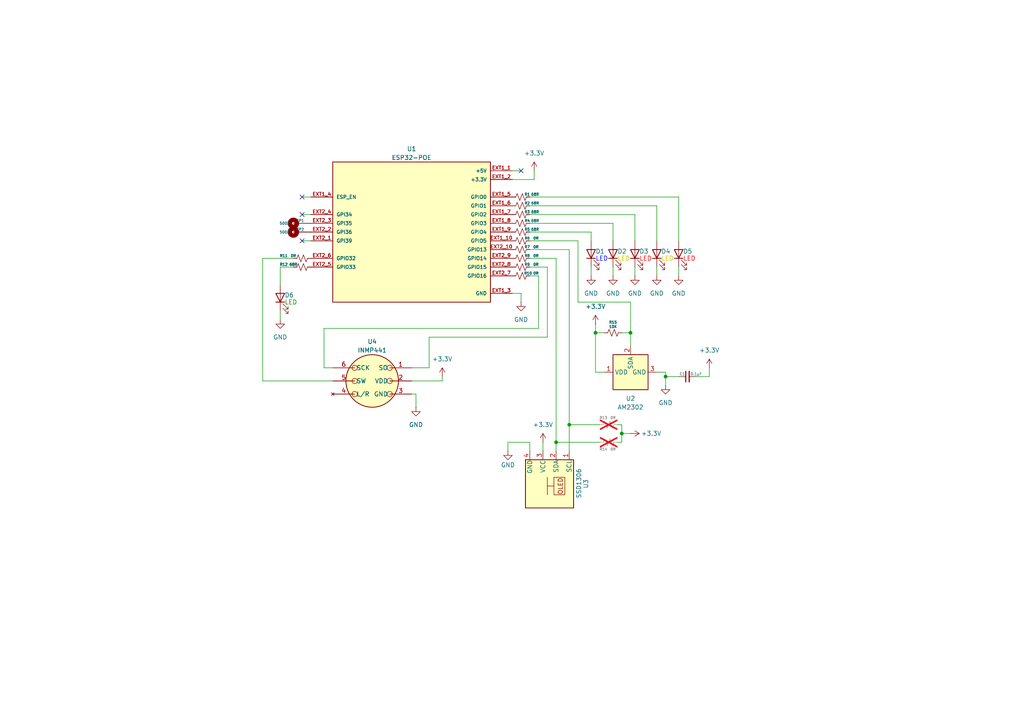
<source format=kicad_sch>
(kicad_sch (version 20250114) (generator "eeschema") (generator_version "9.0")
  (paper "A4")
  (lib_symbols
    (symbol "Custom_Parts:5002" (pin_names (offset 1.016))
      (property "Reference" "TP" (at 1.016 -0.762 0))
      (property "Value" "5002" (at 4.318 -0.508 0))
      (symbol "5002_0_0"
        (circle (center 0 0) (radius 0.381) (stroke (width 1.27)))
      )
      (symbol "5002_1_0"
        (pin passive line (at -5.08 0 0) (length 5.08) (name "~") (number "TP"))
      )
    )
    (symbol "Custom_Parts:ESP32-POE" (pin_names (offset 1.016))
      (property "Reference" "U1" (at 0 25.4 0))
      (property "Value" "ESP32-POE" (at 0 22.86 0))
      (symbol "ESP32-POE_0_0"
        (rectangle (start -22.86 20.32) (end 22.86 -20.32) (stroke (width 0.254)) (fill (type background)))
        (pin input line (at -29.21 10.16 0) (length 6.35) (name "ESP_EN") (number "EXT1_4"))
        (pin input line (at -29.21 2.54 0) (length 6.35) (name "GPI35") (number "EXT2_3"))
        (pin input line (at -29.21 -2.54 0) (length 6.35) (name "GPI39") (number "EXT2_1"))
        (pin bidirectional line (at -29.21 -7.62 0) (length 6.35) (name "GPIO32") (number "EXT2_6"))
        (pin bidirectional line (at -29.21 -10.16 0) (length 6.35) (name "GPIO33") (number "EXT2_5"))
        (pin power_in line (at 29.21 17.78 180) (length 6.35) (name "+5V") (number "EXT1_1"))
        (pin power_in line (at 29.21 15.24 180) (length 6.35) (name "+3.3V") (number "EXT1_2"))
        (pin power_in line (at 29.21 -17.78 180) (length 6.35) (name "GND") (number "EXT1_3"))
      )
      (symbol "ESP32-POE_1_0"
        (pin input line (at -29.21 5.08 0) (length 6.35) (name "GPI34") (number "EXT2_4"))
        (pin input line (at -29.21 0 0) (length 6.35) (name "GPI36") (number "EXT2_2"))
        (pin bidirectional line (at 29.21 10.16 180) (length 6.35) (name "GPIO0") (number "EXT1_5"))
        (pin bidirectional line (at 29.21 7.62 180) (length 6.35) (name "GPIO1") (number "EXT1_6"))
        (pin bidirectional line (at 29.21 5.08 180) (length 6.35) (name "GPIO2") (number "EXT1_7"))
        (pin bidirectional line (at 29.21 2.54 180) (length 6.35) (name "GPIO3") (number "EXT1_8"))
        (pin bidirectional line (at 29.21 0 180) (length 6.35) (name "GPIO4") (number "EXT1_9"))
        (pin bidirectional line (at 29.21 -2.54 180) (length 6.35) (name "GPIO5") (number "EXT1_10"))
        (pin bidirectional line (at 29.21 -5.08 180) (length 6.35) (name "GPIO13") (number "EXT2_10"))
        (pin bidirectional line (at 29.21 -7.62 180) (length 6.35) (name "GPIO14") (number "EXT2_9"))
        (pin bidirectional line (at 29.21 -10.16 180) (length 6.35) (name "GPIO15") (number "EXT2_8"))
        (pin bidirectional line (at 29.21 -12.7 180) (length 6.35) (name "GPIO16") (number "EXT2_7"))
      )
    )
    (symbol "Custom_Parts:INMP441"
      (property "Reference" "U" (at 0 0 0))
      (property "Value" "INMP441" (at 0 0 0))
      (symbol "INMP441_0_1"
        (circle (center -3.81 5.08) (radius 0.762))
        (circle (center -3.81 -5.08) (radius 0.762))
        (circle (center 0 5.08) (radius 0.762))
        (circle (center 0 0) (radius 7.62) (stroke (width 0.254)) (fill (type background)))
        (circle (center 0 -5.08) (radius 0.762))
        (circle (center 3.81 5.08) (radius 0.762))
        (circle (center 3.81 -5.08) (radius 0.762))
      )
      (symbol "INMP441_1_1"
        (pin power_in line (at -3.81 11.43 270) (length 6.35) (name "GND") (number "3"))
        (pin no_connect line (at -3.81 -11.43 90) (length 6.35) (name "L/R") (number "4"))
        (pin power_in line (at 0 11.43 270) (length 6.35) (name "VDD") (number "2"))
        (pin input line (at 0 -11.43 90) (length 6.35) (name "SW") (number "5"))
        (pin input line (at 3.81 11.43 270) (length 6.35) (name "SO") (number "1"))
        (pin input line (at 3.81 -11.43 90) (length 6.35) (name "SCK") (number "6"))
      )
    )
    (symbol "Custom_Parts:SSD1306" (pin_names (offset 0.0254))
      (property "Reference" "U" (at -1.27 -7.62 0))
      (property "Value" "SSD1306" (at -0.508 -9.398 0))
      (symbol "SSD1306_0_0"
        (rectangle (start -7.62 7.62) (end 6.35 -6.35) (stroke (width 0.254)) (fill (type background)))
      )
      (symbol "SSD1306_0_1"
        (polyline (pts (xy -1.27 0) (xy 0.635 0) (xy 0.635 2.54) (xy 3.81 2.54) (xy 3.81 -2.54) (xy 0.635 -2.54) (xy 0.635 0)))
        (polyline (pts (xy -1.27 -2.54) (xy -1.27 2.54)))
      )
      (symbol "SSD1306_1_1"
        (text "OLED" (at 2.54 0 900) (effects (font (size 1.27 1.27))))
        (pin power_in line (at -6.35 10.16 270) (length 2.54) (name "GND") (number "4"))
        (pin power_in line (at -2.54 10.16 270) (length 2.54) (name "VCC") (number "3"))
        (pin input line (at 1.27 10.16 270) (length 2.54) (name "SDA") (number "2"))
        (pin input line (at 5.08 10.16 270) (length 2.54) (name "SCL") (number "1"))
      )
    )
    (symbol "Device:C_Small" (pin_numbers (hide yes)) (pin_names (offset 0.254) (hide yes))
      (property "Reference" "C" (at 0.254 1.778 0))
      (property "Value" "C_Small" (at 0.254 -2.032 0))
      (symbol "C_Small_0_1"
        (polyline (pts (xy -1.524 0.508) (xy 1.524 0.508)) (stroke (width 0.3048)))
        (polyline (pts (xy -1.524 -0.508) (xy 1.524 -0.508)) (stroke (width 0.3302)))
      )
      (symbol "C_Small_1_1"
        (pin passive line (at 0 2.54 270) (length 2.032) (name "~") (number "1"))
        (pin passive line (at 0 -2.54 90) (length 2.032) (name "~") (number "2"))
      )
    )
    (symbol "Device:LED" (pin_numbers (hide yes)) (pin_names (offset 1.016) (hide yes))
      (property "Reference" "D" (at 0 2.54 0))
      (property "Value" "LED" (at 0 -2.54 0))
      (symbol "LED_0_1"
        (polyline (pts (xy -3.048 -0.762) (xy -4.572 -2.286) (xy -3.81 -2.286) (xy -4.572 -2.286) (xy -4.572 -1.524)))
        (polyline (pts (xy -1.778 -0.762) (xy -3.302 -2.286) (xy -2.54 -2.286) (xy -3.302 -2.286) (xy -3.302 -1.524)))
        (polyline (pts (xy -1.27 0) (xy 1.27 0)))
        (polyline (pts (xy -1.27 -1.27) (xy -1.27 1.27)) (stroke (width 0.254)))
        (polyline (pts (xy 1.27 -1.27) (xy 1.27 1.27) (xy -1.27 0) (xy 1.27 -1.27)) (stroke (width 0.254)))
      )
      (symbol "LED_1_1"
        (pin passive line (at -3.81 0 0) (length 2.54) (name "C") (number "C"))
        (pin passive line (at 3.81 0 180) (length 2.54) (name "A") (number "A"))
      )
    )
    (symbol "Device:R_Small_US" (pin_numbers (hide yes)) (pin_names (offset 0.254) (hide yes))
      (property "Reference" "R" (at -1.27 1.778 0))
      (property "Value" "R_Small_US" (at 0 1.778 0))
      (symbol "R_Small_US_1_1"
        (polyline (pts (xy 0 0) (xy -0.381 -1.016) (xy -0.762 0) (xy -1.143 1.016) (xy -1.524 0)))
        (polyline (pts (xy 1.524 0) (xy 1.143 -1.016) (xy 0.762 0) (xy 0.381 1.016) (xy 0 0)))
        (pin passive line (at -2.54 0 0) (length 1.016) (name "~") (number "2"))
        (pin passive line (at 2.54 0 180) (length 1.016) (name "~") (number "1"))
      )
    )
    (symbol "Sensor:AM2302"
      (property "Reference" "U" (at -3.81 6.35 0))
      (property "Value" "AM2302" (at 3.81 6.35 0))
      (symbol "AM2302_0_1"
        (rectangle (start -5.08 5.08) (end 5.08 -5.08) (stroke (width 0.254)) (fill (type background)))
      )
      (symbol "AM2302_1_1"
        (pin power_in line (at 0 7.62 270) (length 2.54) (name "VDD") (number "1"))
        (pin power_in line (at 0 -7.62 90) (length 2.54) (name "GND") (number "3"))
        (pin passive line (at 0 -7.62 90) (length 2.54) (hide yes) (name "GND") (number "4"))
        (pin bidirectional line (at 7.62 0 180) (length 2.54) (name "SDA") (number "2"))
      )
    )
    (symbol "power:+3.3V" (power) (pin_numbers (hide yes)) (pin_names (offset 0) (hide yes))
      (property "Value" "+3.3V" (at 0 3.556 0))
      (symbol "+3.3V_0_1"
        (polyline (pts (xy -0.762 1.27) (xy 0 2.54)))
        (polyline (pts (xy 0 2.54) (xy 0.762 1.27)))
        (polyline (pts (xy 0 0) (xy 0 2.54)))
      )
      (symbol "+3.3V_1_1"
        (pin power_in line (at 0 0 90) (length 0) (name "~") (number "1"))
      )
    )
    (symbol "power:GND" (power) (pin_numbers (hide yes)) (pin_names (offset 0) (hide yes))
      (property "Value" "GND" (at 0 -3.81 0))
      (symbol "GND_0_1"
        (polyline (pts (xy 0 0) (xy 0 -1.27) (xy 1.27 -1.27) (xy 0 -2.54) (xy -1.27 -1.27) (xy 0 -1.27)))
      )
      (symbol "GND_1_1"
        (pin power_in line (at 0 0 270) (length 0) (name "~") (number "1"))
      )
    )
  )
  (junction (at 182.88 96.52))
  (junction (at 180.34 125.73))
  (junction (at 165.1 123.19))
  (junction (at 193.04 109.22))
  (junction (at 161.29 128.27))
  (junction (at 172.72 96.52))
  (no_connect (at 87.63 57.15))
  (no_connect (at 87.63 69.85))
  (no_connect (at 151.13 49.53))
  (no_connect (at 87.63 62.23))
  (wire (pts (xy 180.34 128.27) (xy 179.07 128.27)))
  (wire (pts (xy 85.09 74.93) (xy 76.2 74.93)))
  (wire (pts (xy 153.67 62.23) (xy 184.15 62.23)))
  (wire (pts (xy 165.1 72.39) (xy 153.67 72.39)))
  (wire (pts (xy 196.85 77.47) (xy 196.85 80.01)))
  (wire (pts (xy 153.67 57.15) (xy 196.85 57.15)))
  (wire (pts (xy 179.07 123.19) (xy 180.34 123.19)))
  (wire (pts (xy 153.67 69.85) (xy 167.64 69.85)))
  (wire (pts (xy 161.29 74.93) (xy 161.29 128.27)))
  (wire (pts (xy 81.28 77.47) (xy 85.09 77.47)))
  (wire (pts (xy 128.27 110.49) (xy 128.27 109.22)))
  (wire (pts (xy 193.04 107.95) (xy 193.04 109.22)))
  (wire (pts (xy 153.67 59.69) (xy 190.5 59.69)))
  (wire (pts (xy 184.15 77.47) (xy 184.15 80.01)))
  (wire (pts (xy 153.67 80.01) (xy 156.21 80.01)))
  (wire (pts (xy 148.59 52.07) (xy 154.94 52.07)))
  (wire (pts (xy 153.67 64.77) (xy 177.8 64.77)))
  (wire (pts (xy 182.88 87.63) (xy 182.88 96.52)))
  (wire (pts (xy 87.63 62.23) (xy 90.17 62.23)))
  (wire (pts (xy 153.67 128.27) (xy 153.67 130.81)))
  (wire (pts (xy 81.28 90.17) (xy 81.28 92.71)))
  (wire (pts (xy 184.15 62.23) (xy 184.15 69.85)))
  (wire (pts (xy 171.45 77.47) (xy 171.45 80.01)))
  (wire (pts (xy 190.5 107.95) (xy 193.04 107.95)))
  (wire (pts (xy 119.38 114.3) (xy 120.65 114.3)))
  (wire (pts (xy 177.8 77.47) (xy 177.8 80.01)))
  (wire (pts (xy 190.5 59.69) (xy 190.5 69.85)))
  (wire (pts (xy 193.04 109.22) (xy 196.85 109.22)))
  (wire (pts (xy 153.67 67.31) (xy 171.45 67.31)))
  (wire (pts (xy 180.34 96.52) (xy 182.88 96.52)))
  (wire (pts (xy 180.34 125.73) (xy 182.88 125.73)))
  (wire (pts (xy 165.1 72.39) (xy 165.1 123.19)))
  (wire (pts (xy 156.21 95.25) (xy 93.98 95.25)))
  (wire (pts (xy 87.63 69.85) (xy 90.17 69.85)))
  (wire (pts (xy 154.94 49.53) (xy 154.94 52.07)))
  (wire (pts (xy 158.75 77.47) (xy 158.75 97.79)))
  (wire (pts (xy 147.32 128.27) (xy 153.67 128.27)))
  (wire (pts (xy 161.29 128.27) (xy 173.99 128.27)))
  (wire (pts (xy 156.21 80.01) (xy 156.21 95.25)))
  (wire (pts (xy 128.27 110.49) (xy 119.38 110.49)))
  (wire (pts (xy 180.34 123.19) (xy 180.34 125.73)))
  (wire (pts (xy 124.46 97.79) (xy 124.46 106.68)))
  (wire (pts (xy 172.72 96.52) (xy 175.26 96.52)))
  (wire (pts (xy 171.45 67.31) (xy 171.45 69.85)))
  (wire (pts (xy 167.64 87.63) (xy 182.88 87.63)))
  (wire (pts (xy 180.34 125.73) (xy 180.34 128.27)))
  (wire (pts (xy 148.59 85.09) (xy 151.13 85.09)))
  (wire (pts (xy 196.85 57.15) (xy 196.85 69.85)))
  (wire (pts (xy 76.2 74.93) (xy 76.2 110.49)))
  (wire (pts (xy 153.67 77.47) (xy 158.75 77.47)))
  (wire (pts (xy 158.75 97.79) (xy 124.46 97.79)))
  (wire (pts (xy 147.32 130.81) (xy 147.32 128.27)))
  (wire (pts (xy 193.04 109.22) (xy 193.04 111.76)))
  (wire (pts (xy 124.46 106.68) (xy 119.38 106.68)))
  (wire (pts (xy 205.74 109.22) (xy 201.93 109.22)))
  (wire (pts (xy 172.72 96.52) (xy 172.72 107.95)))
  (wire (pts (xy 81.28 77.47) (xy 81.28 82.55)))
  (wire (pts (xy 157.48 128.27) (xy 157.48 130.81)))
  (wire (pts (xy 161.29 128.27) (xy 161.29 130.81)))
  (wire (pts (xy 190.5 77.47) (xy 190.5 80.01)))
  (wire (pts (xy 205.74 109.22) (xy 205.74 106.68)))
  (wire (pts (xy 151.13 85.09) (xy 151.13 87.63)))
  (wire (pts (xy 93.98 95.25) (xy 93.98 106.68)))
  (wire (pts (xy 165.1 123.19) (xy 173.99 123.19)))
  (wire (pts (xy 175.26 107.95) (xy 172.72 107.95)))
  (wire (pts (xy 148.59 49.53) (xy 151.13 49.53)))
  (wire (pts (xy 182.88 96.52) (xy 182.88 100.33)))
  (wire (pts (xy 87.63 57.15) (xy 90.17 57.15)))
  (wire (pts (xy 93.98 106.68) (xy 96.52 106.68)))
  (wire (pts (xy 177.8 64.77) (xy 177.8 69.85)))
  (wire (pts (xy 165.1 123.19) (xy 165.1 130.81)))
  (wire (pts (xy 161.29 74.93) (xy 153.67 74.93)))
  (wire (pts (xy 76.2 110.49) (xy 96.52 110.49)))
  (wire (pts (xy 167.64 69.85) (xy 167.64 87.63)))
  (wire (pts (xy 120.65 114.3) (xy 120.65 118.11)))
  (wire (pts (xy 172.72 93.98) (xy 172.72 96.52)))
  (symbol (lib_id "Device:LED") (at 81.28 86.36 90) (unit 1)
    (property "Reference" "D6" (at 82.55 85.598 90) (effects (justify right)))
    (property "Value" "LED" (at 82.55 87.63 90) (effects (justify right)))
    (property "Footprint" "Custom_Parts:Standard_LED_Throughhole" (effects (hide yes)))
    (property "Description" "Light emitting diode" (effects (hide yes)))
    (property "Sim.Pins" "1=K 2=A" (effects (hide yes)))
  )
  (symbol (lib_id "Device:R_Small_US") (at 151.13 62.23 0) (unit 1)
    (property "Reference" "R3" (at 152.908 61.468 0) (effects (font (size 0.762 0.762))))
    (property "Value" "68R" (at 155.194 61.468 0) (effects (font (size 0.762 0.762))))
    (property "Footprint" "Resistor_SMD:R_0603_1608Metric" (effects (hide yes)))
    (property "Description" "Resistor, small US symbol" (effects (hide yes)))
  )
  (symbol (lib_id "power:+3.3V") (at 205.74 106.68 0) (unit 1)
    (property "Reference" "#PWR016" (effects (hide yes)))
    (property "Value" "+3.3V" (at 205.74 101.6 0))
    (property "Description" "Power symbol creates a global label with name \"+3.3V\"" (effects (hide yes)))
  )
  (symbol (lib_id "Device:R_Small_US") (at 151.13 77.47 0) (unit 1)
    (property "Reference" "R9" (at 152.908 76.708 0) (effects (font (size 0.762 0.762))))
    (property "Value" "0R" (at 155.448 76.708 0) (effects (font (size 0.762 0.762))))
    (property "Footprint" "Resistor_SMD:R_0603_1608Metric" (effects (hide yes)))
    (property "Description" "Resistor, small US symbol" (effects (hide yes)))
  )
  (symbol (lib_id "Device:R_Small_US") (at 176.53 128.27 180) (unit 1) (dnp yes)
    (property "Reference" "R14" (at 175.006 130.302 0) (effects (font (size 0.762 0.762))))
    (property "Value" "0R" (at 177.8 130.302 0) (effects (font (size 0.762 0.762))))
    (property "Footprint" "Resistor_SMD:R_0603_1608Metric" (effects (hide yes)))
    (property "Description" "Resistor, small US symbol" (effects (hide yes)))
  )
  (symbol (lib_id "Device:R_Small_US") (at 151.13 69.85 0) (unit 1)
    (property "Reference" "R6" (at 152.908 69.088 0) (effects (font (size 0.762 0.762))))
    (property "Value" "0R" (at 155.448 69.088 0) (effects (font (size 0.762 0.762))))
    (property "Footprint" "Resistor_SMD:R_0603_1608Metric" (effects (hide yes)))
    (property "Description" "Resistor, small US symbol" (effects (hide yes)))
  )
  (symbol (lib_id "Device:R_Small_US") (at 151.13 72.39 0) (unit 1)
    (property "Reference" "R7" (at 152.908 71.628 0) (effects (font (size 0.762 0.762))))
    (property "Value" "0R" (at 155.448 71.628 0) (effects (font (size 0.762 0.762))))
    (property "Footprint" "Resistor_SMD:R_0603_1608Metric" (effects (hide yes)))
    (property "Description" "Resistor, small US symbol" (effects (hide yes)))
  )
  (symbol (lib_id "Custom_Parts:5002") (at 85.09 64.77 180) (unit 1)
    (property "Reference" "TP1" (at 87.122 64.008 0) (effects (font (size 0.762 0.762) (thickness 0.0953))))
    (property "Value" "5002" (at 82.55 64.77 0) (effects (font (size 0.762 0.762) (thickness 0.0953))))
    (property "Footprint" "Custom_Parts:5002" (effects (hide yes)))
    (property "Description" "TestPoint" (effects (hide yes)))
    (property "PARTREV" "H" (effects (hide yes)))
    (property "STANDARD" "Manufacturer Recommendations" (effects (hide yes)))
    (property "SNAPEDA_PN" "5000" (effects (hide yes)))
    (property "MAXIMUM_PACKAGE_HEIGHT" "4.57 mm" (effects (hide yes)))
    (property "MANUFACTURER" "Keystone" (effects (hide yes)))
  )
  (symbol (lib_id "power:GND") (at 184.15 80.01 0) (unit 1)
    (property "Reference" "#PWR05" (effects (hide yes)))
    (property "Value" "GND" (at 184.15 85.09 0))
    (property "Description" "Power symbol creates a global label with name \"GND\" , ground" (effects (hide yes)))
  )
  (symbol (lib_id "Device:LED") (at 184.15 73.66 90) (unit 1)
    (property "Reference" "D3" (at 185.42 72.898 90) (effects (justify right)))
    (property "Value" "LED" (at 185.42 74.93 90) (effects (justify right)))
    (property "Footprint" "Custom_Parts:Standard_LED_Throughhole" (effects (hide yes)))
    (property "Description" "Light emitting diode" (effects (hide yes)))
    (property "Sim.Pins" "1=K 2=A" (effects (hide yes)))
  )
  (symbol (lib_id "power:GND") (at 196.85 80.01 0) (unit 1)
    (property "Reference" "#PWR07" (effects (hide yes)))
    (property "Value" "GND" (at 196.85 85.09 0))
    (property "Description" "Power symbol creates a global label with name \"GND\" , ground" (effects (hide yes)))
  )
  (symbol (lib_id "power:GND") (at 177.8 80.01 0) (unit 1)
    (property "Reference" "#PWR04" (effects (hide yes)))
    (property "Value" "GND" (at 177.8 85.09 0))
    (property "Description" "Power symbol creates a global label with name \"GND\" , ground" (effects (hide yes)))
  )
  (symbol (lib_id "power:GND") (at 171.45 80.01 0) (unit 1)
    (property "Reference" "#PWR02" (effects (hide yes)))
    (property "Value" "GND" (at 171.45 85.09 0))
    (property "Description" "Power symbol creates a global label with name \"GND\" , ground" (effects (hide yes)))
  )
  (symbol (lib_id "power:+3.3V") (at 182.88 125.73 270) (unit 1)
    (property "Reference" "#PWR013" (effects (hide yes)))
    (property "Value" "+3.3V" (at 185.928 125.73 90) (effects (justify left)))
    (property "Description" "Power symbol creates a global label with name \"+3.3V\"" (effects (hide yes)))
  )
  (symbol (lib_id "Device:LED") (at 177.8 73.66 90) (unit 1)
    (property "Reference" "D2" (at 179.07 72.898 90) (effects (justify right)))
    (property "Value" "LED" (at 179.07 74.93 90) (effects (justify right)))
    (property "Footprint" "Custom_Parts:Standard_LED_Throughhole" (effects (hide yes)))
    (property "Description" "Light emitting diode" (effects (hide yes)))
    (property "Sim.Pins" "1=K 2=A" (effects (hide yes)))
  )
  (symbol (lib_id "power:GND") (at 120.65 118.11 0) (unit 1)
    (property "Reference" "#PWR014" (effects (hide yes)))
    (property "Value" "GND" (at 120.65 123.19 0))
    (property "Description" "Power symbol creates a global label with name \"GND\" , ground" (effects (hide yes)))
  )
  (symbol (lib_id "Device:C_Small") (at 199.39 109.22 90) (unit 1)
    (property "Reference" "C1" (at 197.866 108.458 90) (effects (font (size 0.762 0.762) (thickness 0.0953))))
    (property "Value" "0.1µF" (at 201.93 108.458 90) (effects (font (size 0.762 0.762) (thickness 0.0953))))
    (property "Footprint" "Capacitor_SMD:C_0603_1608Metric" (effects (hide yes)))
    (property "Description" "Unpolarized capacitor, small symbol" (effects (hide yes)))
  )
  (symbol (lib_id "Device:LED") (at 190.5 73.66 90) (unit 1)
    (property "Reference" "D4" (at 191.77 72.898 90) (effects (justify right)))
    (property "Value" "LED" (at 191.77 74.93 90) (effects (justify right)))
    (property "Footprint" "Custom_Parts:Standard_LED_Throughhole" (effects (hide yes)))
    (property "Description" "Light emitting diode" (effects (hide yes)))
    (property "Sim.Pins" "1=K 2=A" (effects (hide yes)))
  )
  (symbol (lib_id "Device:R_Small_US") (at 151.13 74.93 0) (unit 1)
    (property "Reference" "R8" (at 152.908 74.168 0) (effects (font (size 0.762 0.762))))
    (property "Value" "0R" (at 155.448 74.168 0) (effects (font (size 0.762 0.762))))
    (property "Footprint" "Resistor_SMD:R_0603_1608Metric" (effects (hide yes)))
    (property "Description" "Resistor, small US symbol" (effects (hide yes)))
  )
  (symbol (lib_id "Device:R_Small_US") (at 177.8 96.52 0) (unit 1)
    (property "Reference" "R15" (at 177.8 93.472 0) (effects (font (size 0.762 0.762))))
    (property "Value" "10K" (at 177.8 94.742 0) (effects (font (size 0.762 0.762))))
    (property "Footprint" "Resistor_SMD:R_0603_1608Metric" (effects (hide yes)))
    (property "Description" "Resistor, small US symbol" (effects (hide yes)))
  )
  (symbol (lib_id "Device:R_Small_US") (at 176.53 123.19 180) (unit 1) (dnp yes)
    (property "Reference" "R13" (at 175.006 121.158 0) (effects (font (size 0.762 0.762))))
    (property "Value" "0R" (at 177.8 121.158 0) (effects (font (size 0.762 0.762))))
    (property "Footprint" "Resistor_SMD:R_0603_1608Metric" (effects (hide yes)))
    (property "Description" "Resistor, small US symbol" (effects (hide yes)))
  )
  (symbol (lib_id "Device:R_Small_US") (at 87.63 77.47 0) (unit 1)
    (property "Reference" "R12" (at 82.296 76.708 0) (effects (font (size 0.762 0.762))))
    (property "Value" "68R" (at 85.09 76.708 0) (effects (font (size 0.762 0.762))))
    (property "Footprint" "Resistor_SMD:R_0603_1608Metric" (effects (hide yes)))
    (property "Description" "Resistor, small US symbol" (effects (hide yes)))
  )
  (symbol (lib_id "Device:R_Small_US") (at 151.13 80.01 0) (unit 1)
    (property "Reference" "R10" (at 153.162 79.248 0) (effects (font (size 0.762 0.762))))
    (property "Value" "0R" (at 155.448 79.248 0) (effects (font (size 0.762 0.762))))
    (property "Footprint" "Resistor_SMD:R_0603_1608Metric" (effects (hide yes)))
    (property "Description" "Resistor, small US symbol" (effects (hide yes)))
  )
  (symbol (lib_id "Custom_Parts:ESP32-POE") (at 119.38 67.31 0) (unit 1)
    (property "Reference" "U1" (at 119.38 43.18 0))
    (property "Value" "ESP32-POE" (at 119.38 45.72 0))
    (property "Footprint" "Custom_Parts:ESP32-POE" (effects (hide yes)))
    (property "Description" "ESP32-POE module" (effects (hide yes)))
    (property "MF" "Olimex LTD" (effects (hide yes)))
    (property "MAXIMUM_PACKAGE_HEIGHT" "N/A" (effects (hide yes)))
    (property "Package" "Package" (effects (hide yes)))
    (property "Price" "None" (effects (hide yes)))
    (property "Check_prices" "https://www.snapeda.com/parts/ESP32-POE/Olimex/view-part/?ref=eda" (effects (hide yes)))
    (property "STANDARD" "Manufacturer Recommendations" (effects (hide yes)))
    (property "PARTREV" "L1" (effects (hide yes)))
    (property "SnapEDA_Link" "https://www.snapeda.com/parts/ESP32-POE/Olimex/view-part/?ref=snap" (effects (hide yes)))
    (property "MP" "ESP32-POE" (effects (hide yes)))
    (property "Description_1" "ESP32-WROOM32 ESP32 Transceiver; 802.11 b/g/n (Wi-Fi, WiFi, WLAN), Bluetooth® Smart 4.x Low Energy (BLE) 2.4GHz Evaluation Board" (effects (hide yes)))
    (property "Availability" "In Stock" (effects (hide yes)))
    (property "MANUFACTURER" "Olimex LTD" (effects (hide yes)))
  )
  (symbol (lib_id "Device:R_Small_US") (at 151.13 64.77 0) (unit 1)
    (property "Reference" "R4" (at 152.908 64.008 0) (effects (font (size 0.762 0.762))))
    (property "Value" "68R" (at 155.194 64.008 0) (effects (font (size 0.762 0.762))))
    (property "Footprint" "Resistor_SMD:R_0603_1608Metric" (effects (hide yes)))
    (property "Description" "Resistor, small US symbol" (effects (hide yes)))
  )
  (symbol (lib_id "Device:R_Small_US") (at 151.13 59.69 0) (unit 1)
    (property "Reference" "R2" (at 152.908 58.928 0) (effects (font (size 0.762 0.762))))
    (property "Value" "68R" (at 155.194 58.928 0) (effects (font (size 0.762 0.762))))
    (property "Footprint" "Resistor_SMD:R_0603_1608Metric" (effects (hide yes)))
    (property "Description" "Resistor, small US symbol" (effects (hide yes)))
  )
  (symbol (lib_id "Sensor:AM2302") (at 182.88 107.95 90) (unit 1)
    (property "Reference" "U2" (at 182.88 115.57 90))
    (property "Value" "AM2302" (at 182.88 118.11 90))
    (property "Footprint" "Sensor:ASAIR_AM2302_P2.54mm_Lead2.75mm_TabDown" (effects (hide yes)))
    (property "Datasheet" "http://akizukidenshi.com/download/ds/aosong/AM2302.pdf" (effects (hide yes)))
    (property "Description" "3.3 to 5.0V, Temperature and humidity module,  DHT22, AM2302" (effects (hide yes)))
  )
  (symbol (lib_id "power:+3.3V") (at 154.94 49.53 0) (unit 1)
    (property "Reference" "#PWR010" (effects (hide yes)))
    (property "Value" "+3.3V" (at 154.94 44.45 0))
    (property "Description" "Power symbol creates a global label with name \"+3.3V\"" (effects (hide yes)))
  )
  (symbol (lib_id "power:GND") (at 147.32 130.81 0) (unit 1)
    (property "Reference" "#PWR012" (effects (hide yes)))
    (property "Value" "GND" (at 147.32 134.874 0))
    (property "Description" "Power symbol creates a global label with name \"GND\" , ground" (effects (hide yes)))
  )
  (symbol (lib_id "Device:R_Small_US") (at 151.13 57.15 0) (unit 1)
    (property "Reference" "R1" (at 152.908 56.388 0) (effects (font (size 0.762 0.762))))
    (property "Value" "68R" (at 155.194 56.388 0) (effects (font (size 0.762 0.762))))
    (property "Footprint" "Resistor_SMD:R_0603_1608Metric" (effects (hide yes)))
    (property "Description" "Resistor, small US symbol" (effects (hide yes)))
  )
  (symbol (lib_id "power:+3.3V") (at 128.27 109.22 0) (unit 1)
    (property "Reference" "#PWR015" (effects (hide yes)))
    (property "Value" "+3.3V" (at 128.27 104.14 0))
    (property "Description" "Power symbol creates a global label with name \"+3.3V\"" (effects (hide yes)))
  )
  (symbol (lib_id "power:GND") (at 151.13 87.63 0) (unit 1)
    (property "Reference" "#PWR011" (effects (hide yes)))
    (property "Value" "GND" (at 151.13 92.71 0))
    (property "Description" "Power symbol creates a global label with name \"GND\" , ground" (effects (hide yes)))
  )
  (symbol (lib_id "Custom_Parts:5002") (at 85.09 67.31 180) (unit 1)
    (property "Reference" "TP2" (at 87.122 66.548 0) (effects (font (size 0.762 0.762) (thickness 0.0953))))
    (property "Value" "5002" (at 82.55 67.31 0) (effects (font (size 0.762 0.762) (thickness 0.0953))))
    (property "Footprint" "Custom_Parts:5002" (effects (hide yes)))
    (property "Description" "TestPoint" (effects (hide yes)))
    (property "PARTREV" "H" (effects (hide yes)))
    (property "STANDARD" "Manufacturer Recommendations" (effects (hide yes)))
    (property "SNAPEDA_PN" "5000" (effects (hide yes)))
    (property "MAXIMUM_PACKAGE_HEIGHT" "4.57 mm" (effects (hide yes)))
    (property "MANUFACTURER" "Keystone" (effects (hide yes)))
  )
  (symbol (lib_id "power:+3.3V") (at 172.72 93.98 0) (unit 1)
    (property "Reference" "#PWR01" (effects (hide yes)))
    (property "Value" "+3.3V" (at 172.72 88.9 0))
    (property "Description" "Power symbol creates a global label with name \"+3.3V\"" (effects (hide yes)))
  )
  (symbol (lib_id "Device:LED") (at 196.85 73.66 90) (unit 1)
    (property "Reference" "D5" (at 198.12 72.898 90) (effects (justify right)))
    (property "Value" "LED" (at 198.12 74.93 90) (effects (justify right)))
    (property "Footprint" "Custom_Parts:Standard_LED_Throughhole" (effects (hide yes)))
    (property "Description" "Light emitting diode" (effects (hide yes)))
    (property "Sim.Pins" "1=K 2=A" (effects (hide yes)))
  )
  (symbol (lib_id "Device:LED") (at 171.45 73.66 90) (unit 1)
    (property "Reference" "D1" (at 172.72 72.898 90) (effects (justify right)))
    (property "Value" "LED" (at 172.72 74.93 90) (effects (justify right)))
    (property "Footprint" "Custom_Parts:Standard_LED_Throughhole" (effects (hide yes)))
    (property "Description" "Light emitting diode" (effects (hide yes)))
    (property "Sim.Pins" "1=K 2=A" (effects (hide yes)))
  )
  (symbol (lib_id "power:GND") (at 193.04 111.76 0) (unit 1)
    (property "Reference" "#PWR03" (effects (hide yes)))
    (property "Value" "GND" (at 193.04 116.84 0))
    (property "Description" "Power symbol creates a global label with name \"GND\" , ground" (effects (hide yes)))
  )
  (symbol (lib_id "power:GND") (at 190.5 80.01 0) (unit 1)
    (property "Reference" "#PWR06" (effects (hide yes)))
    (property "Value" "GND" (at 190.5 85.09 0))
    (property "Description" "Power symbol creates a global label with name \"GND\" , ground" (effects (hide yes)))
  )
  (symbol (lib_id "Custom_Parts:INMP441") (at 107.95 110.49 270) (mirror x) (unit 1)
    (property "Reference" "U4" (at 107.95 99.06 90))
    (property "Value" "INMP441" (at 107.95 101.6 90))
    (property "Footprint" "Custom_Parts:INMP441" (effects (hide yes)))
    (property "Description" "Omnidirectional Microphone I2S" (effects (hide yes)))
  )
  (symbol (lib_id "power:GND") (at 81.28 92.71 0) (unit 1)
    (property "Reference" "#PWR08" (effects (hide yes)))
    (property "Value" "GND" (at 81.28 97.79 0))
    (property "Description" "Power symbol creates a global label with name \"GND\" , ground" (effects (hide yes)))
  )
  (symbol (lib_id "Device:R_Small_US") (at 151.13 67.31 0) (unit 1)
    (property "Reference" "R5" (at 152.908 66.548 0) (effects (font (size 0.762 0.762))))
    (property "Value" "68R" (at 155.194 66.548 0) (effects (font (size 0.762 0.762))))
    (property "Footprint" "Resistor_SMD:R_0603_1608Metric" (effects (hide yes)))
    (property "Description" "Resistor, small US symbol" (effects (hide yes)))
  )
  (symbol (lib_id "Device:R_Small_US") (at 87.63 74.93 0) (unit 1)
    (property "Reference" "R11" (at 82.296 74.168 0) (effects (font (size 0.762 0.762))))
    (property "Value" "0R" (at 85.09 74.168 0) (effects (font (size 0.762 0.762))))
    (property "Footprint" "Resistor_SMD:R_0603_1608Metric" (effects (hide yes)))
    (property "Description" "Resistor, small US symbol" (effects (hide yes)))
  )
  (symbol (lib_id "Custom_Parts:SSD1306") (at 160.02 140.97 0) (unit 1)
    (property "Reference" "U3" (at 169.926 141.732 90) (effects (justify left)))
    (property "Value" "SSD1306" (at 167.894 140.208 90))
    (property "Footprint" "Custom_Parts:SSD1306" (effects (hide yes)))
    (property "Description" "0.96 in OLED I2C IIC Display" (effects (hide yes)))
  )
  (symbol (lib_id "power:+3.3V") (at 157.48 128.27 0) (unit 1)
    (property "Reference" "#PWR09" (effects (hide yes)))
    (property "Value" "+3.3V" (at 157.48 123.19 0))
    (property "Description" "Power symbol creates a global label with name \"+3.3V\"" (effects (hide yes)))
  )
)
</source>
